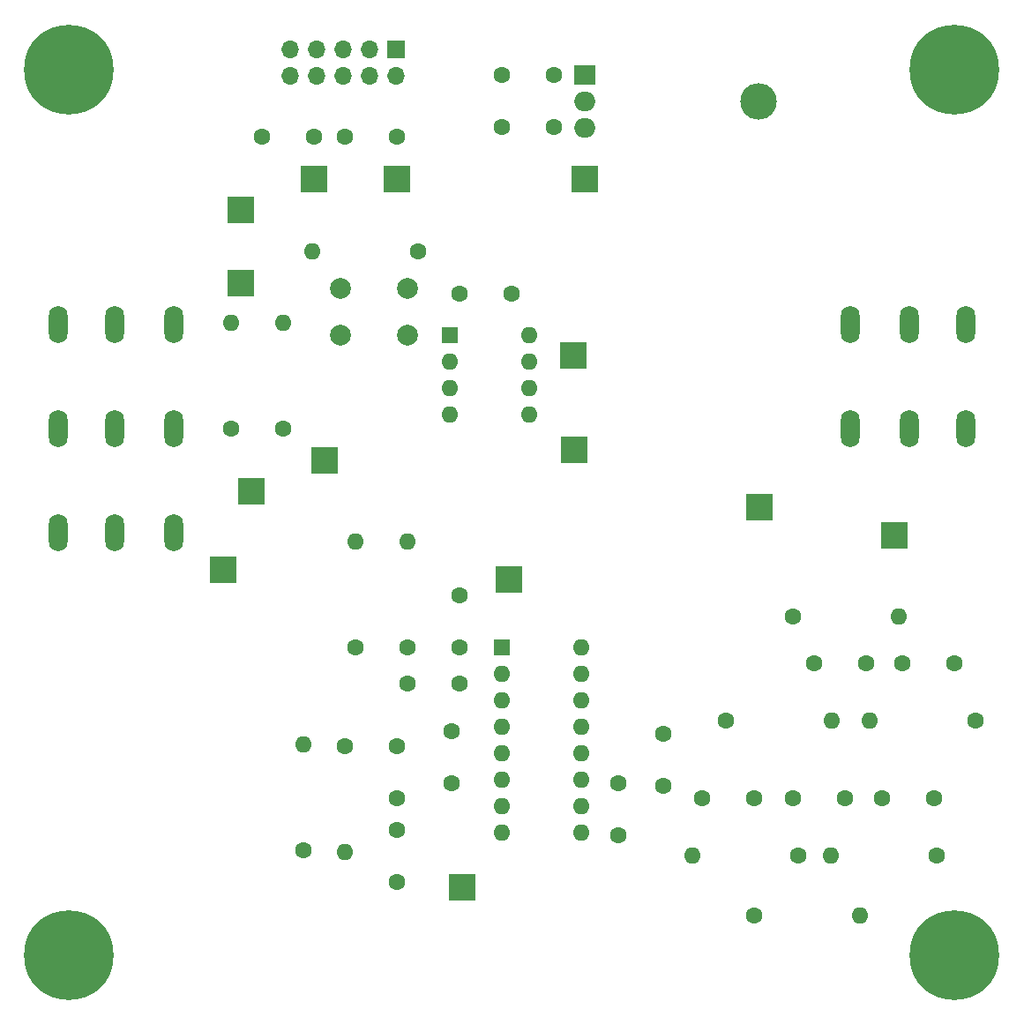
<source format=gts>
G04 #@! TF.GenerationSoftware,KiCad,Pcbnew,(5.1.9)-1*
G04 #@! TF.CreationDate,2021-05-12T03:30:49-04:00*
G04 #@! TF.ProjectId,attiny_synth,61747469-6e79-45f7-9379-6e74682e6b69,rev?*
G04 #@! TF.SameCoordinates,Original*
G04 #@! TF.FileFunction,Soldermask,Top*
G04 #@! TF.FilePolarity,Negative*
%FSLAX46Y46*%
G04 Gerber Fmt 4.6, Leading zero omitted, Abs format (unit mm)*
G04 Created by KiCad (PCBNEW (5.1.9)-1) date 2021-05-12 03:30:49*
%MOMM*%
%LPD*%
G01*
G04 APERTURE LIST*
%ADD10C,1.600000*%
%ADD11C,0.900000*%
%ADD12C,8.600000*%
%ADD13O,1.600000X1.600000*%
%ADD14R,1.600000X1.600000*%
%ADD15O,2.000000X1.905000*%
%ADD16R,2.000000X1.905000*%
%ADD17O,3.500000X3.500000*%
%ADD18R,2.500000X2.500000*%
%ADD19C,2.000000*%
%ADD20O,1.800000X3.600000*%
%ADD21O,1.700000X1.700000*%
%ADD22R,1.700000X1.700000*%
G04 APERTURE END LIST*
D10*
X145250000Y-121000000D03*
X145250000Y-126000000D03*
X129250000Y-121000000D03*
X129250000Y-116000000D03*
X172500000Y-109500000D03*
X177500000Y-109500000D03*
X170500000Y-122500000D03*
X175500000Y-122500000D03*
X164000000Y-109500000D03*
X169000000Y-109500000D03*
X162000000Y-122500000D03*
X167000000Y-122500000D03*
X149500000Y-121250000D03*
X149500000Y-116250000D03*
X153250000Y-122500000D03*
X158250000Y-122500000D03*
X130000000Y-74000000D03*
X135000000Y-74000000D03*
X116000000Y-59000000D03*
X111000000Y-59000000D03*
X119000000Y-59000000D03*
X124000000Y-59000000D03*
X124000000Y-130500000D03*
X124000000Y-125500000D03*
X130000000Y-103000000D03*
X130000000Y-108000000D03*
X124000000Y-122500000D03*
X124000000Y-117500000D03*
X125000000Y-111500000D03*
X130000000Y-111500000D03*
X134000000Y-58000000D03*
X139000000Y-58000000D03*
X134000000Y-53000000D03*
X139000000Y-53000000D03*
D11*
X179780419Y-50219581D03*
X177500000Y-49275000D03*
X175219581Y-50219581D03*
X174275000Y-52500000D03*
X175219581Y-54780419D03*
X177500000Y-55725000D03*
X179780419Y-54780419D03*
X180725000Y-52500000D03*
D12*
X177500000Y-52500000D03*
D11*
X179780419Y-135219581D03*
X177500000Y-134275000D03*
X175219581Y-135219581D03*
X174275000Y-137500000D03*
X175219581Y-139780419D03*
X177500000Y-140725000D03*
X179780419Y-139780419D03*
X180725000Y-137500000D03*
D12*
X177500000Y-137500000D03*
D11*
X94780419Y-135219581D03*
X92500000Y-134275000D03*
X90219581Y-135219581D03*
X89275000Y-137500000D03*
X90219581Y-139780419D03*
X92500000Y-140725000D03*
X94780419Y-139780419D03*
X95725000Y-137500000D03*
D12*
X92500000Y-137500000D03*
D11*
X94780419Y-50219581D03*
X92500000Y-49275000D03*
X90219581Y-50219581D03*
X89275000Y-52500000D03*
X90219581Y-54780419D03*
X92500000Y-55725000D03*
X94780419Y-54780419D03*
X95725000Y-52500000D03*
D12*
X92500000Y-52500000D03*
D13*
X141620000Y-108000000D03*
X134000000Y-125780000D03*
X141620000Y-110540000D03*
X134000000Y-123240000D03*
X141620000Y-113080000D03*
X134000000Y-120700000D03*
X141620000Y-115620000D03*
X134000000Y-118160000D03*
X141620000Y-118160000D03*
X134000000Y-115620000D03*
X141620000Y-120700000D03*
X134000000Y-113080000D03*
X141620000Y-123240000D03*
X134000000Y-110540000D03*
X141620000Y-125780000D03*
D14*
X134000000Y-108000000D03*
D13*
X136620000Y-78000000D03*
X129000000Y-85620000D03*
X136620000Y-80540000D03*
X129000000Y-83080000D03*
X136620000Y-83080000D03*
X129000000Y-80540000D03*
X136620000Y-85620000D03*
D14*
X129000000Y-78000000D03*
D15*
X142000000Y-58080000D03*
X142000000Y-55540000D03*
D16*
X142000000Y-53000000D03*
D17*
X158660000Y-55540000D03*
D18*
X107250000Y-100500000D03*
X110000000Y-93000000D03*
X117000000Y-90000000D03*
X109000000Y-73000000D03*
X158750000Y-94500000D03*
X171750000Y-97250000D03*
X142000000Y-63000000D03*
X130250000Y-131000000D03*
X134750000Y-101500000D03*
X116000000Y-63000000D03*
X124000000Y-63000000D03*
X109000000Y-66000000D03*
X140900000Y-80000000D03*
X141000000Y-89000000D03*
D19*
X118500000Y-78000000D03*
X118500000Y-73500000D03*
X125000000Y-78000000D03*
X125000000Y-73500000D03*
D13*
X172160000Y-105000000D03*
D10*
X162000000Y-105000000D03*
D13*
X168410000Y-133750000D03*
D10*
X158250000Y-133750000D03*
D13*
X169340000Y-115000000D03*
D10*
X179500000Y-115000000D03*
D13*
X165590000Y-128000000D03*
D10*
X175750000Y-128000000D03*
D13*
X165660000Y-115000000D03*
D10*
X155500000Y-115000000D03*
D13*
X152340000Y-128000000D03*
D10*
X162500000Y-128000000D03*
D13*
X119000000Y-127660000D03*
D10*
X119000000Y-117500000D03*
D13*
X125000000Y-97840000D03*
D10*
X125000000Y-108000000D03*
D13*
X115000000Y-117340000D03*
D10*
X115000000Y-127500000D03*
D13*
X120000000Y-97840000D03*
D10*
X120000000Y-108000000D03*
D13*
X113000000Y-76840000D03*
D10*
X113000000Y-87000000D03*
D13*
X108000000Y-76840000D03*
D10*
X108000000Y-87000000D03*
D13*
X115840000Y-70000000D03*
D10*
X126000000Y-70000000D03*
D20*
X167450000Y-87000000D03*
X173150000Y-87000000D03*
X178550000Y-87000000D03*
X167450000Y-77000000D03*
X173150000Y-77000000D03*
X178550000Y-77000000D03*
X102550000Y-97000000D03*
X96850000Y-97000000D03*
X91450000Y-97000000D03*
X102550000Y-87000000D03*
X96850000Y-87000000D03*
X91450000Y-87000000D03*
X102550000Y-77000000D03*
X96850000Y-77000000D03*
X91450000Y-77000000D03*
D21*
X113750000Y-53130000D03*
X113750000Y-50590000D03*
X116290000Y-53130000D03*
X116290000Y-50590000D03*
X118830000Y-53130000D03*
X118830000Y-50590000D03*
X121370000Y-53130000D03*
X121370000Y-50590000D03*
X123910000Y-53130000D03*
D22*
X123910000Y-50590000D03*
M02*

</source>
